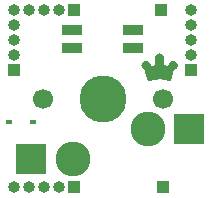
<source format=gbs>
G04 #@! TF.GenerationSoftware,KiCad,Pcbnew,5.1.5*
G04 #@! TF.CreationDate,2020-05-19T10:20:19+02:00*
G04 #@! TF.ProjectId,amoeba-king,616d6f65-6261-42d6-9b69-6e672e6b6963,rev?*
G04 #@! TF.SameCoordinates,Original*
G04 #@! TF.FileFunction,Soldermask,Bot*
G04 #@! TF.FilePolarity,Negative*
%FSLAX46Y46*%
G04 Gerber Fmt 4.6, Leading zero omitted, Abs format (unit mm)*
G04 Created by KiCad (PCBNEW 5.1.5) date 2020-05-19 10:20:19*
%MOMM*%
%LPD*%
G04 APERTURE LIST*
%ADD10C,0.131817*%
%ADD11R,2.550000X2.500000*%
%ADD12C,3.980180*%
%ADD13C,2.950000*%
%ADD14C,1.700000*%
%ADD15R,1.000000X1.000000*%
%ADD16O,1.000000X1.000000*%
%ADD17R,0.600000X0.450000*%
%ADD18R,1.800000X0.820000*%
G04 APERTURE END LIST*
D10*
G36*
X80257799Y-164898886D02*
G01*
X80282173Y-164899781D01*
X80306060Y-164902427D01*
X80329398Y-164906758D01*
X80352124Y-164912713D01*
X80374173Y-164920228D01*
X80395483Y-164929240D01*
X80415991Y-164939686D01*
X80435633Y-164951502D01*
X80454347Y-164964626D01*
X80472069Y-164978994D01*
X80488736Y-164994543D01*
X80504285Y-165011210D01*
X80518653Y-165028932D01*
X80531777Y-165047646D01*
X80543594Y-165067289D01*
X80554039Y-165087796D01*
X80563051Y-165109107D01*
X80570566Y-165131156D01*
X80576521Y-165153881D01*
X80580853Y-165177219D01*
X80583498Y-165201107D01*
X80584394Y-165225481D01*
X80583338Y-165251493D01*
X80580237Y-165277196D01*
X80575132Y-165302476D01*
X80568067Y-165327220D01*
X80559083Y-165351313D01*
X80548223Y-165374642D01*
X80535530Y-165397093D01*
X80521045Y-165418552D01*
X80504812Y-165438904D01*
X80510546Y-165465738D01*
X80516334Y-165492641D01*
X80522235Y-165519526D01*
X80528309Y-165546310D01*
X80534616Y-165572906D01*
X80541216Y-165599228D01*
X80548168Y-165625191D01*
X80555531Y-165650709D01*
X80563366Y-165675696D01*
X80571733Y-165700068D01*
X80580690Y-165723737D01*
X80590297Y-165746620D01*
X80600615Y-165768629D01*
X80611704Y-165789679D01*
X80623621Y-165809685D01*
X80636428Y-165828562D01*
X80650184Y-165846222D01*
X80664949Y-165862582D01*
X80680782Y-165877554D01*
X80697743Y-165891054D01*
X80715892Y-165902996D01*
X80735289Y-165913294D01*
X80769633Y-165924626D01*
X80801549Y-165932650D01*
X80831173Y-165937624D01*
X80858643Y-165939806D01*
X80884095Y-165939453D01*
X80907667Y-165936822D01*
X80929495Y-165932172D01*
X80949716Y-165925759D01*
X80968468Y-165917840D01*
X80985887Y-165908675D01*
X81002111Y-165898519D01*
X81017275Y-165887630D01*
X81031518Y-165876266D01*
X81044977Y-165864685D01*
X81057787Y-165853144D01*
X81070087Y-165841899D01*
X81082014Y-165831210D01*
X81093703Y-165821332D01*
X81105293Y-165812525D01*
X81106293Y-165787773D01*
X81109243Y-165763573D01*
X81114064Y-165740001D01*
X81120678Y-165717136D01*
X81129009Y-165695055D01*
X81138978Y-165673835D01*
X81150508Y-165653555D01*
X81163521Y-165634292D01*
X81177939Y-165616123D01*
X81193685Y-165599127D01*
X81210681Y-165583381D01*
X81228850Y-165568963D01*
X81248113Y-165555950D01*
X81268393Y-165544420D01*
X81289613Y-165534451D01*
X81311694Y-165526120D01*
X81334559Y-165519505D01*
X81358131Y-165514685D01*
X81382332Y-165511735D01*
X81407083Y-165510735D01*
X81431835Y-165511735D01*
X81456035Y-165514685D01*
X81479607Y-165519505D01*
X81502472Y-165526120D01*
X81524554Y-165534451D01*
X81545773Y-165544420D01*
X81566053Y-165555950D01*
X81585317Y-165568963D01*
X81603485Y-165583381D01*
X81620481Y-165599127D01*
X81636227Y-165616123D01*
X81650645Y-165634292D01*
X81663658Y-165653555D01*
X81675188Y-165673835D01*
X81685157Y-165695055D01*
X81693488Y-165717136D01*
X81700103Y-165740001D01*
X81704924Y-165763573D01*
X81707873Y-165787773D01*
X81708873Y-165812525D01*
X81707873Y-165837276D01*
X81704924Y-165861477D01*
X81700103Y-165885049D01*
X81693488Y-165907914D01*
X81685157Y-165929995D01*
X81675188Y-165951215D01*
X81663658Y-165971495D01*
X81650645Y-165990758D01*
X81636227Y-166008927D01*
X81620481Y-166025923D01*
X81603485Y-166041669D01*
X81585317Y-166056087D01*
X81566053Y-166069100D01*
X81545773Y-166080630D01*
X81524554Y-166090599D01*
X81502472Y-166098930D01*
X81479607Y-166105545D01*
X81456035Y-166110365D01*
X81431835Y-166113315D01*
X81407083Y-166114315D01*
X81391837Y-166146310D01*
X81380191Y-166172836D01*
X81371583Y-166194756D01*
X81365452Y-166212937D01*
X81361235Y-166228243D01*
X81358372Y-166241539D01*
X81356301Y-166253691D01*
X81354460Y-166265562D01*
X81352287Y-166278018D01*
X81349222Y-166291925D01*
X81344702Y-166308146D01*
X81338166Y-166327547D01*
X81329052Y-166350993D01*
X81324234Y-166376601D01*
X81318971Y-166402925D01*
X81313303Y-166429881D01*
X81307272Y-166457384D01*
X81300918Y-166485350D01*
X81294284Y-166513692D01*
X81287410Y-166542327D01*
X81280337Y-166571169D01*
X81273107Y-166600134D01*
X81265761Y-166629136D01*
X81258341Y-166658092D01*
X81250887Y-166686915D01*
X81243441Y-166715521D01*
X81236044Y-166743826D01*
X81228737Y-166771744D01*
X81221562Y-166799190D01*
X81214560Y-166826080D01*
X81207772Y-166852329D01*
X81201239Y-166877851D01*
X81195003Y-166902563D01*
X81189105Y-166926378D01*
X81183586Y-166949213D01*
X81178488Y-166970982D01*
X81173851Y-166991600D01*
X81169717Y-167010983D01*
X81166128Y-167029046D01*
X81163123Y-167045703D01*
X81160746Y-167060871D01*
X81159036Y-167074463D01*
X81134256Y-167066915D01*
X81109894Y-167059458D01*
X81085908Y-167052101D01*
X81062260Y-167044854D01*
X81038909Y-167037725D01*
X81015816Y-167030722D01*
X80992942Y-167023855D01*
X80970245Y-167017133D01*
X80947687Y-167010564D01*
X80925228Y-167004157D01*
X80902828Y-166997921D01*
X80880447Y-166991866D01*
X80858045Y-166985998D01*
X80835583Y-166980329D01*
X80813021Y-166974865D01*
X80790319Y-166969617D01*
X80767438Y-166964593D01*
X80744337Y-166959802D01*
X80720977Y-166955252D01*
X80697317Y-166950953D01*
X80673319Y-166946913D01*
X80648943Y-166943142D01*
X80624148Y-166939647D01*
X80598895Y-166936439D01*
X80573144Y-166933525D01*
X80546856Y-166930914D01*
X80519990Y-166928616D01*
X80492507Y-166926639D01*
X80464367Y-166924992D01*
X80435530Y-166923684D01*
X80405957Y-166922723D01*
X80375607Y-166922119D01*
X80344442Y-166921881D01*
X80312420Y-166922016D01*
X80279503Y-166922535D01*
X80247820Y-166922847D01*
X80216760Y-166923406D01*
X80186300Y-166924209D01*
X80156417Y-166925254D01*
X80127090Y-166926537D01*
X80098294Y-166928056D01*
X80070008Y-166929810D01*
X80042208Y-166931795D01*
X80014871Y-166934010D01*
X79987975Y-166936451D01*
X79961498Y-166939116D01*
X79935416Y-166942003D01*
X79909706Y-166945110D01*
X79884346Y-166948433D01*
X79859313Y-166951971D01*
X79834584Y-166955721D01*
X79810136Y-166959681D01*
X79785948Y-166963848D01*
X79761994Y-166968219D01*
X79738254Y-166972792D01*
X79714705Y-166977566D01*
X79691322Y-166982537D01*
X79668085Y-166987702D01*
X79644969Y-166993060D01*
X79621952Y-166998608D01*
X79599012Y-167004344D01*
X79576125Y-167010265D01*
X79553269Y-167016368D01*
X79530422Y-167022652D01*
X79507559Y-167029113D01*
X79484659Y-167035750D01*
X79461698Y-167042559D01*
X79438655Y-167049539D01*
X79415505Y-167056687D01*
X79392227Y-167064001D01*
X79368797Y-167071477D01*
X79345193Y-167079114D01*
X79342665Y-167064936D01*
X79339229Y-167049307D01*
X79334949Y-167032305D01*
X79329888Y-167014011D01*
X79324111Y-166994504D01*
X79317680Y-166973863D01*
X79310660Y-166952167D01*
X79303113Y-166929496D01*
X79295103Y-166905929D01*
X79286695Y-166881545D01*
X79277950Y-166856424D01*
X79268934Y-166830644D01*
X79259709Y-166804285D01*
X79250339Y-166777427D01*
X79240888Y-166750149D01*
X79231418Y-166722530D01*
X79221995Y-166694649D01*
X79212680Y-166666586D01*
X79203538Y-166638419D01*
X79194633Y-166610229D01*
X79186027Y-166582094D01*
X79177785Y-166554095D01*
X79169970Y-166526309D01*
X79162645Y-166498817D01*
X79155874Y-166471697D01*
X79149721Y-166445030D01*
X79144249Y-166418894D01*
X79139521Y-166393368D01*
X79132403Y-166361179D01*
X79125335Y-166331340D01*
X79118306Y-166303731D01*
X79111308Y-166278233D01*
X79104329Y-166254727D01*
X79097360Y-166233094D01*
X79090390Y-166213214D01*
X79083410Y-166194970D01*
X79076409Y-166178240D01*
X79069378Y-166162907D01*
X79062306Y-166148851D01*
X79055183Y-166135953D01*
X79047999Y-166124093D01*
X79040744Y-166113153D01*
X79033409Y-166103014D01*
X79025982Y-166093556D01*
X79018453Y-166084660D01*
X79010814Y-166076207D01*
X79003053Y-166068077D01*
X78995160Y-166060153D01*
X78987127Y-166052313D01*
X78978941Y-166044441D01*
X78970594Y-166036415D01*
X78962075Y-166028117D01*
X78953374Y-166019428D01*
X78944481Y-166010229D01*
X78935386Y-166000400D01*
X78926079Y-165989823D01*
X78916550Y-165978378D01*
X78906789Y-165965946D01*
X78896785Y-165952407D01*
X78886529Y-165937644D01*
X78876010Y-165921536D01*
X78865219Y-165903964D01*
X78854145Y-165884810D01*
X78842778Y-165863954D01*
X78831109Y-165841277D01*
X78819127Y-165816659D01*
X78820127Y-165791908D01*
X78823076Y-165767707D01*
X78827897Y-165744135D01*
X78834512Y-165721270D01*
X78842843Y-165699189D01*
X78852812Y-165677969D01*
X78864342Y-165657689D01*
X78877355Y-165638426D01*
X78891773Y-165620257D01*
X78907519Y-165603261D01*
X78924515Y-165587515D01*
X78942683Y-165573097D01*
X78961947Y-165560084D01*
X78982227Y-165548554D01*
X79003446Y-165538585D01*
X79025528Y-165530254D01*
X79048393Y-165523640D01*
X79071965Y-165518819D01*
X79096165Y-165515869D01*
X79120917Y-165514869D01*
X79145668Y-165515869D01*
X79169869Y-165518819D01*
X79193441Y-165523640D01*
X79216306Y-165530254D01*
X79238387Y-165538585D01*
X79259607Y-165548554D01*
X79279887Y-165560084D01*
X79299150Y-165573097D01*
X79317319Y-165587515D01*
X79334315Y-165603261D01*
X79350061Y-165620257D01*
X79364479Y-165638426D01*
X79377492Y-165657689D01*
X79389022Y-165677969D01*
X79398991Y-165699189D01*
X79407322Y-165721270D01*
X79413936Y-165744135D01*
X79418757Y-165767707D01*
X79421707Y-165791908D01*
X79422707Y-165816659D01*
X79423802Y-165841304D01*
X79427421Y-165862960D01*
X79433404Y-165881797D01*
X79441588Y-165897989D01*
X79451814Y-165911706D01*
X79463921Y-165923120D01*
X79477747Y-165932404D01*
X79493132Y-165939728D01*
X79509914Y-165945266D01*
X79527933Y-165949189D01*
X79547028Y-165951668D01*
X79567037Y-165952875D01*
X79587801Y-165952983D01*
X79609157Y-165952163D01*
X79630946Y-165950587D01*
X79653006Y-165948427D01*
X79675175Y-165945854D01*
X79697294Y-165943041D01*
X79719202Y-165940159D01*
X79740736Y-165937380D01*
X79761738Y-165934876D01*
X79782044Y-165932819D01*
X79801495Y-165931381D01*
X79820016Y-165920819D01*
X79837263Y-165908725D01*
X79853298Y-165895178D01*
X79868179Y-165880254D01*
X79881965Y-165864032D01*
X79894717Y-165846589D01*
X79906493Y-165828003D01*
X79917353Y-165808350D01*
X79927357Y-165787709D01*
X79936564Y-165766158D01*
X79945034Y-165743773D01*
X79952825Y-165720632D01*
X79959998Y-165696813D01*
X79966612Y-165672393D01*
X79972726Y-165647451D01*
X79978400Y-165622063D01*
X79983693Y-165596307D01*
X79988664Y-165570261D01*
X79993374Y-165544001D01*
X79997882Y-165517607D01*
X80002246Y-165491155D01*
X80006528Y-165464723D01*
X80010785Y-165438388D01*
X79994586Y-165418082D01*
X79980128Y-165396675D01*
X79967453Y-165374280D01*
X79956603Y-165351009D01*
X79947619Y-165326976D01*
X79940545Y-165302293D01*
X79935423Y-165277075D01*
X79932295Y-165251433D01*
X79931203Y-165225481D01*
X79932099Y-165201107D01*
X79934744Y-165177219D01*
X79939076Y-165153881D01*
X79945031Y-165131156D01*
X79952546Y-165109107D01*
X79961558Y-165087796D01*
X79972003Y-165067289D01*
X79983820Y-165047646D01*
X79996943Y-165028932D01*
X80011311Y-165011210D01*
X80026861Y-164994543D01*
X80043528Y-164978994D01*
X80061250Y-164964626D01*
X80079964Y-164951502D01*
X80099606Y-164939686D01*
X80120114Y-164929240D01*
X80141424Y-164920228D01*
X80163473Y-164912713D01*
X80186198Y-164906758D01*
X80209536Y-164902427D01*
X80233424Y-164899781D01*
X80257798Y-164898886D01*
X80257799Y-164898886D01*
G37*
X80257799Y-164898886D02*
X80282173Y-164899781D01*
X80306060Y-164902427D01*
X80329398Y-164906758D01*
X80352124Y-164912713D01*
X80374173Y-164920228D01*
X80395483Y-164929240D01*
X80415991Y-164939686D01*
X80435633Y-164951502D01*
X80454347Y-164964626D01*
X80472069Y-164978994D01*
X80488736Y-164994543D01*
X80504285Y-165011210D01*
X80518653Y-165028932D01*
X80531777Y-165047646D01*
X80543594Y-165067289D01*
X80554039Y-165087796D01*
X80563051Y-165109107D01*
X80570566Y-165131156D01*
X80576521Y-165153881D01*
X80580853Y-165177219D01*
X80583498Y-165201107D01*
X80584394Y-165225481D01*
X80583338Y-165251493D01*
X80580237Y-165277196D01*
X80575132Y-165302476D01*
X80568067Y-165327220D01*
X80559083Y-165351313D01*
X80548223Y-165374642D01*
X80535530Y-165397093D01*
X80521045Y-165418552D01*
X80504812Y-165438904D01*
X80510546Y-165465738D01*
X80516334Y-165492641D01*
X80522235Y-165519526D01*
X80528309Y-165546310D01*
X80534616Y-165572906D01*
X80541216Y-165599228D01*
X80548168Y-165625191D01*
X80555531Y-165650709D01*
X80563366Y-165675696D01*
X80571733Y-165700068D01*
X80580690Y-165723737D01*
X80590297Y-165746620D01*
X80600615Y-165768629D01*
X80611704Y-165789679D01*
X80623621Y-165809685D01*
X80636428Y-165828562D01*
X80650184Y-165846222D01*
X80664949Y-165862582D01*
X80680782Y-165877554D01*
X80697743Y-165891054D01*
X80715892Y-165902996D01*
X80735289Y-165913294D01*
X80769633Y-165924626D01*
X80801549Y-165932650D01*
X80831173Y-165937624D01*
X80858643Y-165939806D01*
X80884095Y-165939453D01*
X80907667Y-165936822D01*
X80929495Y-165932172D01*
X80949716Y-165925759D01*
X80968468Y-165917840D01*
X80985887Y-165908675D01*
X81002111Y-165898519D01*
X81017275Y-165887630D01*
X81031518Y-165876266D01*
X81044977Y-165864685D01*
X81057787Y-165853144D01*
X81070087Y-165841899D01*
X81082014Y-165831210D01*
X81093703Y-165821332D01*
X81105293Y-165812525D01*
X81106293Y-165787773D01*
X81109243Y-165763573D01*
X81114064Y-165740001D01*
X81120678Y-165717136D01*
X81129009Y-165695055D01*
X81138978Y-165673835D01*
X81150508Y-165653555D01*
X81163521Y-165634292D01*
X81177939Y-165616123D01*
X81193685Y-165599127D01*
X81210681Y-165583381D01*
X81228850Y-165568963D01*
X81248113Y-165555950D01*
X81268393Y-165544420D01*
X81289613Y-165534451D01*
X81311694Y-165526120D01*
X81334559Y-165519505D01*
X81358131Y-165514685D01*
X81382332Y-165511735D01*
X81407083Y-165510735D01*
X81431835Y-165511735D01*
X81456035Y-165514685D01*
X81479607Y-165519505D01*
X81502472Y-165526120D01*
X81524554Y-165534451D01*
X81545773Y-165544420D01*
X81566053Y-165555950D01*
X81585317Y-165568963D01*
X81603485Y-165583381D01*
X81620481Y-165599127D01*
X81636227Y-165616123D01*
X81650645Y-165634292D01*
X81663658Y-165653555D01*
X81675188Y-165673835D01*
X81685157Y-165695055D01*
X81693488Y-165717136D01*
X81700103Y-165740001D01*
X81704924Y-165763573D01*
X81707873Y-165787773D01*
X81708873Y-165812525D01*
X81707873Y-165837276D01*
X81704924Y-165861477D01*
X81700103Y-165885049D01*
X81693488Y-165907914D01*
X81685157Y-165929995D01*
X81675188Y-165951215D01*
X81663658Y-165971495D01*
X81650645Y-165990758D01*
X81636227Y-166008927D01*
X81620481Y-166025923D01*
X81603485Y-166041669D01*
X81585317Y-166056087D01*
X81566053Y-166069100D01*
X81545773Y-166080630D01*
X81524554Y-166090599D01*
X81502472Y-166098930D01*
X81479607Y-166105545D01*
X81456035Y-166110365D01*
X81431835Y-166113315D01*
X81407083Y-166114315D01*
X81391837Y-166146310D01*
X81380191Y-166172836D01*
X81371583Y-166194756D01*
X81365452Y-166212937D01*
X81361235Y-166228243D01*
X81358372Y-166241539D01*
X81356301Y-166253691D01*
X81354460Y-166265562D01*
X81352287Y-166278018D01*
X81349222Y-166291925D01*
X81344702Y-166308146D01*
X81338166Y-166327547D01*
X81329052Y-166350993D01*
X81324234Y-166376601D01*
X81318971Y-166402925D01*
X81313303Y-166429881D01*
X81307272Y-166457384D01*
X81300918Y-166485350D01*
X81294284Y-166513692D01*
X81287410Y-166542327D01*
X81280337Y-166571169D01*
X81273107Y-166600134D01*
X81265761Y-166629136D01*
X81258341Y-166658092D01*
X81250887Y-166686915D01*
X81243441Y-166715521D01*
X81236044Y-166743826D01*
X81228737Y-166771744D01*
X81221562Y-166799190D01*
X81214560Y-166826080D01*
X81207772Y-166852329D01*
X81201239Y-166877851D01*
X81195003Y-166902563D01*
X81189105Y-166926378D01*
X81183586Y-166949213D01*
X81178488Y-166970982D01*
X81173851Y-166991600D01*
X81169717Y-167010983D01*
X81166128Y-167029046D01*
X81163123Y-167045703D01*
X81160746Y-167060871D01*
X81159036Y-167074463D01*
X81134256Y-167066915D01*
X81109894Y-167059458D01*
X81085908Y-167052101D01*
X81062260Y-167044854D01*
X81038909Y-167037725D01*
X81015816Y-167030722D01*
X80992942Y-167023855D01*
X80970245Y-167017133D01*
X80947687Y-167010564D01*
X80925228Y-167004157D01*
X80902828Y-166997921D01*
X80880447Y-166991866D01*
X80858045Y-166985998D01*
X80835583Y-166980329D01*
X80813021Y-166974865D01*
X80790319Y-166969617D01*
X80767438Y-166964593D01*
X80744337Y-166959802D01*
X80720977Y-166955252D01*
X80697317Y-166950953D01*
X80673319Y-166946913D01*
X80648943Y-166943142D01*
X80624148Y-166939647D01*
X80598895Y-166936439D01*
X80573144Y-166933525D01*
X80546856Y-166930914D01*
X80519990Y-166928616D01*
X80492507Y-166926639D01*
X80464367Y-166924992D01*
X80435530Y-166923684D01*
X80405957Y-166922723D01*
X80375607Y-166922119D01*
X80344442Y-166921881D01*
X80312420Y-166922016D01*
X80279503Y-166922535D01*
X80247820Y-166922847D01*
X80216760Y-166923406D01*
X80186300Y-166924209D01*
X80156417Y-166925254D01*
X80127090Y-166926537D01*
X80098294Y-166928056D01*
X80070008Y-166929810D01*
X80042208Y-166931795D01*
X80014871Y-166934010D01*
X79987975Y-166936451D01*
X79961498Y-166939116D01*
X79935416Y-166942003D01*
X79909706Y-166945110D01*
X79884346Y-166948433D01*
X79859313Y-166951971D01*
X79834584Y-166955721D01*
X79810136Y-166959681D01*
X79785948Y-166963848D01*
X79761994Y-166968219D01*
X79738254Y-166972792D01*
X79714705Y-166977566D01*
X79691322Y-166982537D01*
X79668085Y-166987702D01*
X79644969Y-166993060D01*
X79621952Y-166998608D01*
X79599012Y-167004344D01*
X79576125Y-167010265D01*
X79553269Y-167016368D01*
X79530422Y-167022652D01*
X79507559Y-167029113D01*
X79484659Y-167035750D01*
X79461698Y-167042559D01*
X79438655Y-167049539D01*
X79415505Y-167056687D01*
X79392227Y-167064001D01*
X79368797Y-167071477D01*
X79345193Y-167079114D01*
X79342665Y-167064936D01*
X79339229Y-167049307D01*
X79334949Y-167032305D01*
X79329888Y-167014011D01*
X79324111Y-166994504D01*
X79317680Y-166973863D01*
X79310660Y-166952167D01*
X79303113Y-166929496D01*
X79295103Y-166905929D01*
X79286695Y-166881545D01*
X79277950Y-166856424D01*
X79268934Y-166830644D01*
X79259709Y-166804285D01*
X79250339Y-166777427D01*
X79240888Y-166750149D01*
X79231418Y-166722530D01*
X79221995Y-166694649D01*
X79212680Y-166666586D01*
X79203538Y-166638419D01*
X79194633Y-166610229D01*
X79186027Y-166582094D01*
X79177785Y-166554095D01*
X79169970Y-166526309D01*
X79162645Y-166498817D01*
X79155874Y-166471697D01*
X79149721Y-166445030D01*
X79144249Y-166418894D01*
X79139521Y-166393368D01*
X79132403Y-166361179D01*
X79125335Y-166331340D01*
X79118306Y-166303731D01*
X79111308Y-166278233D01*
X79104329Y-166254727D01*
X79097360Y-166233094D01*
X79090390Y-166213214D01*
X79083410Y-166194970D01*
X79076409Y-166178240D01*
X79069378Y-166162907D01*
X79062306Y-166148851D01*
X79055183Y-166135953D01*
X79047999Y-166124093D01*
X79040744Y-166113153D01*
X79033409Y-166103014D01*
X79025982Y-166093556D01*
X79018453Y-166084660D01*
X79010814Y-166076207D01*
X79003053Y-166068077D01*
X78995160Y-166060153D01*
X78987127Y-166052313D01*
X78978941Y-166044441D01*
X78970594Y-166036415D01*
X78962075Y-166028117D01*
X78953374Y-166019428D01*
X78944481Y-166010229D01*
X78935386Y-166000400D01*
X78926079Y-165989823D01*
X78916550Y-165978378D01*
X78906789Y-165965946D01*
X78896785Y-165952407D01*
X78886529Y-165937644D01*
X78876010Y-165921536D01*
X78865219Y-165903964D01*
X78854145Y-165884810D01*
X78842778Y-165863954D01*
X78831109Y-165841277D01*
X78819127Y-165816659D01*
X78820127Y-165791908D01*
X78823076Y-165767707D01*
X78827897Y-165744135D01*
X78834512Y-165721270D01*
X78842843Y-165699189D01*
X78852812Y-165677969D01*
X78864342Y-165657689D01*
X78877355Y-165638426D01*
X78891773Y-165620257D01*
X78907519Y-165603261D01*
X78924515Y-165587515D01*
X78942683Y-165573097D01*
X78961947Y-165560084D01*
X78982227Y-165548554D01*
X79003446Y-165538585D01*
X79025528Y-165530254D01*
X79048393Y-165523640D01*
X79071965Y-165518819D01*
X79096165Y-165515869D01*
X79120917Y-165514869D01*
X79145668Y-165515869D01*
X79169869Y-165518819D01*
X79193441Y-165523640D01*
X79216306Y-165530254D01*
X79238387Y-165538585D01*
X79259607Y-165548554D01*
X79279887Y-165560084D01*
X79299150Y-165573097D01*
X79317319Y-165587515D01*
X79334315Y-165603261D01*
X79350061Y-165620257D01*
X79364479Y-165638426D01*
X79377492Y-165657689D01*
X79389022Y-165677969D01*
X79398991Y-165699189D01*
X79407322Y-165721270D01*
X79413936Y-165744135D01*
X79418757Y-165767707D01*
X79421707Y-165791908D01*
X79422707Y-165816659D01*
X79423802Y-165841304D01*
X79427421Y-165862960D01*
X79433404Y-165881797D01*
X79441588Y-165897989D01*
X79451814Y-165911706D01*
X79463921Y-165923120D01*
X79477747Y-165932404D01*
X79493132Y-165939728D01*
X79509914Y-165945266D01*
X79527933Y-165949189D01*
X79547028Y-165951668D01*
X79567037Y-165952875D01*
X79587801Y-165952983D01*
X79609157Y-165952163D01*
X79630946Y-165950587D01*
X79653006Y-165948427D01*
X79675175Y-165945854D01*
X79697294Y-165943041D01*
X79719202Y-165940159D01*
X79740736Y-165937380D01*
X79761738Y-165934876D01*
X79782044Y-165932819D01*
X79801495Y-165931381D01*
X79820016Y-165920819D01*
X79837263Y-165908725D01*
X79853298Y-165895178D01*
X79868179Y-165880254D01*
X79881965Y-165864032D01*
X79894717Y-165846589D01*
X79906493Y-165828003D01*
X79917353Y-165808350D01*
X79927357Y-165787709D01*
X79936564Y-165766158D01*
X79945034Y-165743773D01*
X79952825Y-165720632D01*
X79959998Y-165696813D01*
X79966612Y-165672393D01*
X79972726Y-165647451D01*
X79978400Y-165622063D01*
X79983693Y-165596307D01*
X79988664Y-165570261D01*
X79993374Y-165544001D01*
X79997882Y-165517607D01*
X80002246Y-165491155D01*
X80006528Y-165464723D01*
X80010785Y-165438388D01*
X79994586Y-165418082D01*
X79980128Y-165396675D01*
X79967453Y-165374280D01*
X79956603Y-165351009D01*
X79947619Y-165326976D01*
X79940545Y-165302293D01*
X79935423Y-165277075D01*
X79932295Y-165251433D01*
X79931203Y-165225481D01*
X79932099Y-165201107D01*
X79934744Y-165177219D01*
X79939076Y-165153881D01*
X79945031Y-165131156D01*
X79952546Y-165109107D01*
X79961558Y-165087796D01*
X79972003Y-165067289D01*
X79983820Y-165047646D01*
X79996943Y-165028932D01*
X80011311Y-165011210D01*
X80026861Y-164994543D01*
X80043528Y-164978994D01*
X80061250Y-164964626D01*
X80079964Y-164951502D01*
X80099606Y-164939686D01*
X80120114Y-164929240D01*
X80141424Y-164920228D01*
X80163473Y-164912713D01*
X80186198Y-164906758D01*
X80209536Y-164902427D01*
X80233424Y-164899781D01*
X80257798Y-164898886D01*
X80257799Y-164898886D01*
D11*
X82798000Y-171196000D03*
D12*
X75438000Y-168656000D03*
D13*
X72898000Y-173736000D03*
X79248000Y-171196000D03*
D11*
X69348000Y-173736000D03*
D14*
X70358000Y-168656000D03*
X80518000Y-168656000D03*
D15*
X80518000Y-176149000D03*
X80391000Y-161163000D03*
D16*
X69215000Y-161163000D03*
X70485000Y-161163000D03*
X71755000Y-161163000D03*
D15*
X73025000Y-161163000D03*
D16*
X82931000Y-161163000D03*
X82931000Y-162433000D03*
X82931000Y-163703000D03*
X82931000Y-164973000D03*
D15*
X82931000Y-166243000D03*
D16*
X67945000Y-161163000D03*
X67945000Y-162433000D03*
X67945000Y-163703000D03*
X67945000Y-164973000D03*
D15*
X67945000Y-166243000D03*
D16*
X67945000Y-176149000D03*
X69215000Y-176149000D03*
X70485000Y-176149000D03*
X71755000Y-176149000D03*
D15*
X73025000Y-176149000D03*
D17*
X67479200Y-170611800D03*
X69579200Y-170611800D03*
D18*
X72888000Y-162826000D03*
X72888000Y-164326000D03*
X77988000Y-164326000D03*
X77988000Y-162826000D03*
M02*

</source>
